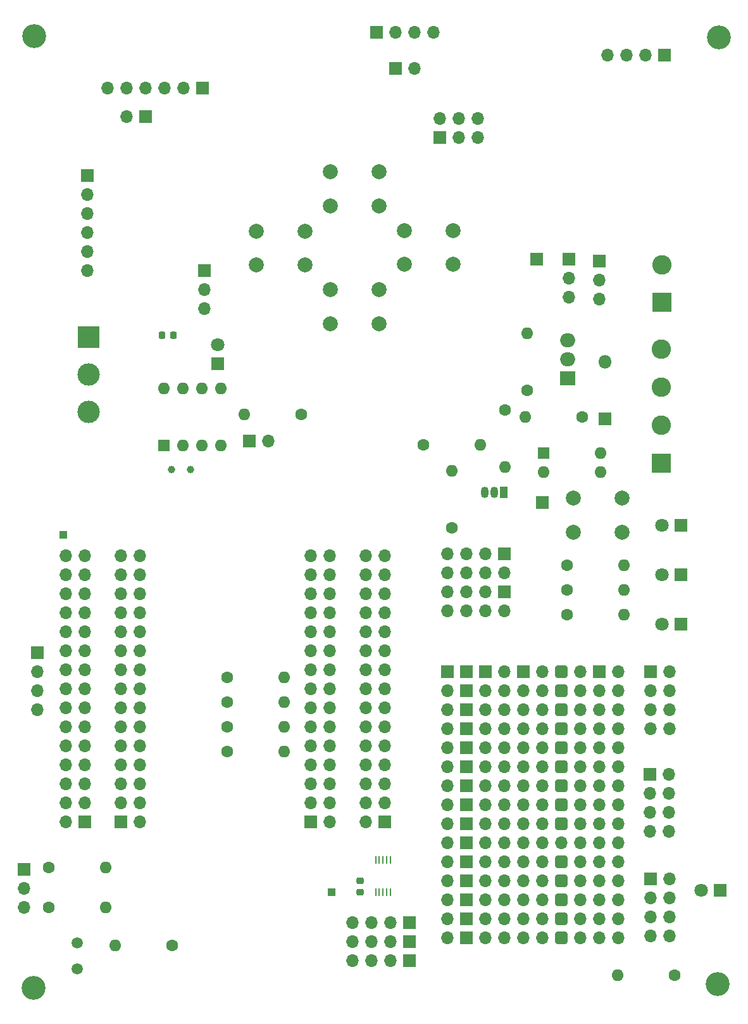
<source format=gbr>
%TF.GenerationSoftware,KiCad,Pcbnew,8.0.1*%
%TF.CreationDate,2024-10-06T13:50:50+02:00*%
%TF.ProjectId,CREPP.io,43524550-502e-4696-9f2e-6b696361645f,rev?*%
%TF.SameCoordinates,Original*%
%TF.FileFunction,Soldermask,Top*%
%TF.FilePolarity,Negative*%
%FSLAX46Y46*%
G04 Gerber Fmt 4.6, Leading zero omitted, Abs format (unit mm)*
G04 Created by KiCad (PCBNEW 8.0.1) date 2024-10-06 13:50:50*
%MOMM*%
%LPD*%
G01*
G04 APERTURE LIST*
G04 Aperture macros list*
%AMRoundRect*
0 Rectangle with rounded corners*
0 $1 Rounding radius*
0 $2 $3 $4 $5 $6 $7 $8 $9 X,Y pos of 4 corners*
0 Add a 4 corners polygon primitive as box body*
4,1,4,$2,$3,$4,$5,$6,$7,$8,$9,$2,$3,0*
0 Add four circle primitives for the rounded corners*
1,1,$1+$1,$2,$3*
1,1,$1+$1,$4,$5*
1,1,$1+$1,$6,$7*
1,1,$1+$1,$8,$9*
0 Add four rect primitives between the rounded corners*
20,1,$1+$1,$2,$3,$4,$5,0*
20,1,$1+$1,$4,$5,$6,$7,0*
20,1,$1+$1,$6,$7,$8,$9,0*
20,1,$1+$1,$8,$9,$2,$3,0*%
%AMFreePoly0*
4,1,25,-0.850000,0.425000,-0.829199,0.556332,-0.768832,0.674809,-0.674809,0.768832,-0.556332,0.829199,-0.425000,0.850000,0.425000,0.850000,0.556332,0.829199,0.674809,0.768832,0.768832,0.674809,0.829199,0.556332,0.850000,0.425000,0.850000,-0.425000,0.829199,-0.556332,0.768832,-0.674809,0.674809,-0.768832,0.556332,-0.829199,0.425000,-0.850000,-0.425000,-0.850000,-0.556332,-0.829199,
-0.674809,-0.768832,-0.768832,-0.674809,-0.829199,-0.556332,-0.850000,-0.425000,-0.850000,0.425000,-0.850000,0.425000,$1*%
G04 Aperture macros list end*
%ADD10C,1.600000*%
%ADD11O,1.600000X1.600000*%
%ADD12R,1.700000X1.700000*%
%ADD13O,1.700000X1.700000*%
%ADD14R,3.000000X3.000000*%
%ADD15C,3.000000*%
%ADD16R,1.800000X1.800000*%
%ADD17C,1.800000*%
%ADD18C,2.000000*%
%ADD19C,3.200000*%
%ADD20R,2.600000X2.600000*%
%ADD21C,2.600000*%
%ADD22R,1.000000X1.000000*%
%ADD23R,1.600000X1.600000*%
%ADD24O,1.800000X1.800000*%
%ADD25C,1.500000*%
%ADD26R,0.250000X1.100000*%
%ADD27FreePoly0,0.000000*%
%ADD28RoundRect,0.225000X0.225000X0.250000X-0.225000X0.250000X-0.225000X-0.250000X0.225000X-0.250000X0*%
%ADD29C,1.000000*%
%ADD30R,2.000000X1.905000*%
%ADD31O,2.000000X1.905000*%
%ADD32RoundRect,0.225000X-0.250000X0.225000X-0.250000X-0.225000X0.250000X-0.225000X0.250000X0.225000X0*%
%ADD33R,1.050000X1.500000*%
%ADD34O,1.050000X1.500000*%
G04 APERTURE END LIST*
D10*
%TO.C,R7*%
X151130000Y-79756000D03*
D11*
X158750000Y-79756000D03*
%TD*%
D12*
%TO.C,J25*%
X86893000Y-24409000D03*
D13*
X86893000Y-26949000D03*
X86893000Y-29489000D03*
X86893000Y-32029000D03*
X86893000Y-34569000D03*
X86893000Y-37109000D03*
%TD*%
D14*
%TO.C,RV1*%
X87122000Y-45974000D03*
D15*
X87122000Y-50974000D03*
X87122000Y-55974000D03*
%TD*%
D12*
%TO.C,J20*%
X130048000Y-129286000D03*
D13*
X127508000Y-129286000D03*
X124968000Y-129286000D03*
X122428000Y-129286000D03*
%TD*%
D12*
%TO.C,J30*%
X151384000Y-35575000D03*
D13*
X151384000Y-38115000D03*
X151384000Y-40655000D03*
%TD*%
D12*
%TO.C,J13*%
X142748000Y-74930000D03*
D13*
X142748000Y-77470000D03*
X140208000Y-74930000D03*
X140208000Y-77470000D03*
X137668000Y-74930000D03*
X137668000Y-77470000D03*
X135128000Y-74930000D03*
X135128000Y-77470000D03*
%TD*%
D16*
%TO.C,D3*%
X166370000Y-84328000D03*
D17*
X163830000Y-84328000D03*
%TD*%
D18*
%TO.C,SW4*%
X119432000Y-39660000D03*
X125932000Y-39660000D03*
X119432000Y-44160000D03*
X125932000Y-44160000D03*
%TD*%
D12*
%TO.C,J4*%
X91440000Y-110744000D03*
D13*
X93980000Y-110744000D03*
X91440000Y-108204000D03*
X93980000Y-108204000D03*
X91440000Y-105664000D03*
X93980000Y-105664000D03*
X91440000Y-103124000D03*
X93980000Y-103124000D03*
X91440000Y-100584000D03*
X93980000Y-100584000D03*
X91440000Y-98044000D03*
X93980000Y-98044000D03*
X91440000Y-95504000D03*
X93980000Y-95504000D03*
X91440000Y-92964000D03*
X93980000Y-92964000D03*
X91440000Y-90424000D03*
X93980000Y-90424000D03*
X91440000Y-87884000D03*
X93980000Y-87884000D03*
X91440000Y-85344000D03*
X93980000Y-85344000D03*
X91440000Y-82804000D03*
X93980000Y-82804000D03*
X91440000Y-80264000D03*
X93980000Y-80264000D03*
X91440000Y-77724000D03*
X93980000Y-77724000D03*
X91440000Y-75184000D03*
X93980000Y-75184000D03*
%TD*%
D12*
%TO.C,J15*%
X142748000Y-80010000D03*
D13*
X142748000Y-82550000D03*
X140208000Y-80010000D03*
X140208000Y-82550000D03*
X137668000Y-80010000D03*
X137668000Y-82550000D03*
X135128000Y-80010000D03*
X135128000Y-82550000D03*
%TD*%
D10*
%TO.C,R27*%
X115570000Y-56261000D03*
D11*
X107950000Y-56261000D03*
%TD*%
D12*
%TO.C,J19*%
X130048000Y-124206000D03*
D13*
X127508000Y-124206000D03*
X124968000Y-124206000D03*
X122428000Y-124206000D03*
%TD*%
D12*
%TO.C,J16*%
X134112000Y-19304000D03*
D13*
X134112000Y-16764000D03*
X136652000Y-19304000D03*
X136652000Y-16764000D03*
X139192000Y-19304000D03*
X139192000Y-16764000D03*
%TD*%
D12*
%TO.C,J6*%
X126746000Y-110744000D03*
D13*
X124206000Y-110744000D03*
X126746000Y-108204000D03*
X124206000Y-108204000D03*
X126746000Y-105664000D03*
X124206000Y-105664000D03*
X126746000Y-103124000D03*
X124206000Y-103124000D03*
X126746000Y-100584000D03*
X124206000Y-100584000D03*
X126746000Y-98044000D03*
X124206000Y-98044000D03*
X126746000Y-95504000D03*
X124206000Y-95504000D03*
X126746000Y-92964000D03*
X124206000Y-92964000D03*
X126746000Y-90424000D03*
X124206000Y-90424000D03*
X126746000Y-87884000D03*
X124206000Y-87884000D03*
X126746000Y-85344000D03*
X124206000Y-85344000D03*
X126746000Y-82804000D03*
X124206000Y-82804000D03*
X126746000Y-80264000D03*
X124206000Y-80264000D03*
X126746000Y-77724000D03*
X124206000Y-77724000D03*
X126746000Y-75184000D03*
X124206000Y-75184000D03*
%TD*%
D19*
%TO.C,H1*%
X171399200Y-5943600D03*
%TD*%
D12*
%TO.C,J7*%
X86614000Y-110744000D03*
D13*
X84074000Y-110744000D03*
X86614000Y-108204000D03*
X84074000Y-108204000D03*
X86614000Y-105664000D03*
X84074000Y-105664000D03*
X86614000Y-103124000D03*
X84074000Y-103124000D03*
X86614000Y-100584000D03*
X84074000Y-100584000D03*
X86614000Y-98044000D03*
X84074000Y-98044000D03*
X86614000Y-95504000D03*
X84074000Y-95504000D03*
X86614000Y-92964000D03*
X84074000Y-92964000D03*
X86614000Y-90424000D03*
X84074000Y-90424000D03*
X86614000Y-87884000D03*
X84074000Y-87884000D03*
X86614000Y-85344000D03*
X84074000Y-85344000D03*
X86614000Y-82804000D03*
X84074000Y-82804000D03*
X86614000Y-80264000D03*
X84074000Y-80264000D03*
X86614000Y-77724000D03*
X84074000Y-77724000D03*
X86614000Y-75184000D03*
X84074000Y-75184000D03*
%TD*%
D19*
%TO.C,H4*%
X171246800Y-132435600D03*
%TD*%
%TO.C,H2*%
X79806800Y-5791200D03*
%TD*%
D20*
%TO.C,J33*%
X163830000Y-41322000D03*
D21*
X163830000Y-36322000D03*
%TD*%
D18*
%TO.C,SW2*%
X119432000Y-23912000D03*
X125932000Y-23912000D03*
X119432000Y-28412000D03*
X125932000Y-28412000D03*
%TD*%
D10*
%TO.C,R1*%
X105664000Y-101346000D03*
D11*
X113284000Y-101346000D03*
%TD*%
D12*
%TO.C,J23*%
X125603000Y-5207000D03*
D13*
X128143000Y-5207000D03*
X130683000Y-5207000D03*
X133223000Y-5207000D03*
%TD*%
D10*
%TO.C,R17*%
X135686800Y-71475600D03*
D11*
X135686800Y-63855600D03*
%TD*%
D22*
%TO.C,T1*%
X119634000Y-120142000D03*
%TD*%
D16*
%TO.C,D1*%
X166370000Y-71120000D03*
D17*
X163830000Y-71120000D03*
%TD*%
D12*
%TO.C,J21*%
X130048000Y-126746000D03*
D13*
X127508000Y-126746000D03*
X124968000Y-126746000D03*
X122428000Y-126746000D03*
%TD*%
D23*
%TO.C,U2*%
X147950000Y-61436000D03*
D11*
X147950000Y-63976000D03*
X155570000Y-63976000D03*
X155570000Y-61436000D03*
%TD*%
D12*
%TO.C,J35*%
X80264000Y-88148000D03*
D13*
X80264000Y-90688000D03*
X80264000Y-93228000D03*
X80264000Y-95768000D03*
%TD*%
D12*
%TO.C,J12*%
X135128000Y-90678000D03*
X137668000Y-90678000D03*
D13*
X135128000Y-93218000D03*
D12*
X137668000Y-93218000D03*
D13*
X135128000Y-95758000D03*
D12*
X137668000Y-95758000D03*
D13*
X135128000Y-98298000D03*
D12*
X137668000Y-98298000D03*
D13*
X135128000Y-100838000D03*
D12*
X137668000Y-100838000D03*
D13*
X135128000Y-103378000D03*
D12*
X137668000Y-103378000D03*
D13*
X135128000Y-105918000D03*
D12*
X137668000Y-105918000D03*
D13*
X135128000Y-108458000D03*
D12*
X137668000Y-108458000D03*
D13*
X135128000Y-110998000D03*
D12*
X137668000Y-110998000D03*
D13*
X135128000Y-113538000D03*
D12*
X137668000Y-113538000D03*
D13*
X135128000Y-116078000D03*
D12*
X137668000Y-116078000D03*
D13*
X135128000Y-118618000D03*
D12*
X137668000Y-118618000D03*
D13*
X135128000Y-121158000D03*
D12*
X137668000Y-121158000D03*
D13*
X135128000Y-123698000D03*
D12*
X137668000Y-123698000D03*
D13*
X135128000Y-126238000D03*
D12*
X137668000Y-126238000D03*
%TD*%
%TO.C,J5*%
X116840000Y-110744000D03*
D13*
X119380000Y-110744000D03*
X116840000Y-108204000D03*
X119380000Y-108204000D03*
X116840000Y-105664000D03*
X119380000Y-105664000D03*
X116840000Y-103124000D03*
X119380000Y-103124000D03*
X116840000Y-100584000D03*
X119380000Y-100584000D03*
X116840000Y-98044000D03*
X119380000Y-98044000D03*
X116840000Y-95504000D03*
X119380000Y-95504000D03*
X116840000Y-92964000D03*
X119380000Y-92964000D03*
X116840000Y-90424000D03*
X119380000Y-90424000D03*
X116840000Y-87884000D03*
X119380000Y-87884000D03*
X116840000Y-85344000D03*
X119380000Y-85344000D03*
X116840000Y-82804000D03*
X119380000Y-82804000D03*
X116840000Y-80264000D03*
X119380000Y-80264000D03*
X116840000Y-77724000D03*
X119380000Y-77724000D03*
X116840000Y-75184000D03*
X119380000Y-75184000D03*
%TD*%
D18*
%TO.C,SW3*%
X129390000Y-31750000D03*
X135890000Y-31750000D03*
X129390000Y-36250000D03*
X135890000Y-36250000D03*
%TD*%
D16*
%TO.C,D12*%
X104394000Y-49530000D03*
D17*
X104394000Y-46990000D03*
%TD*%
D16*
%TO.C,D5*%
X156210000Y-56896000D03*
D24*
X156210000Y-49276000D03*
%TD*%
D10*
%TO.C,R2*%
X105664000Y-91440000D03*
D11*
X113284000Y-91440000D03*
%TD*%
D25*
%TO.C,LDR1*%
X85598000Y-126952800D03*
X85598000Y-130352800D03*
%TD*%
D12*
%TO.C,JP7*%
X108610400Y-59893200D03*
D13*
X111150400Y-59893200D03*
%TD*%
D12*
%TO.C,J8*%
X155448000Y-90678000D03*
D13*
X157988000Y-90678000D03*
X155448000Y-93218000D03*
X157988000Y-93218000D03*
X155448000Y-95758000D03*
X157988000Y-95758000D03*
X155448000Y-98298000D03*
X157988000Y-98298000D03*
X155448000Y-100838000D03*
X157988000Y-100838000D03*
X155448000Y-103378000D03*
X157988000Y-103378000D03*
X155448000Y-105918000D03*
X157988000Y-105918000D03*
X155448000Y-108458000D03*
X157988000Y-108458000D03*
X155448000Y-110998000D03*
X157988000Y-110998000D03*
X155448000Y-113538000D03*
X157988000Y-113538000D03*
X155448000Y-116078000D03*
X157988000Y-116078000D03*
X155448000Y-118618000D03*
X157988000Y-118618000D03*
X155448000Y-121158000D03*
X157988000Y-121158000D03*
X155448000Y-123698000D03*
X157988000Y-123698000D03*
X155448000Y-126238000D03*
X157988000Y-126238000D03*
%TD*%
D12*
%TO.C,J17*%
X162218000Y-104394000D03*
D13*
X164758000Y-104394000D03*
X162218000Y-106934000D03*
X164758000Y-106934000D03*
X162218000Y-109474000D03*
X164758000Y-109474000D03*
X162218000Y-112014000D03*
X164758000Y-112014000D03*
%TD*%
D12*
%TO.C,J3*%
X162306000Y-90678000D03*
D13*
X164846000Y-90678000D03*
X162306000Y-93218000D03*
X164846000Y-93218000D03*
X162306000Y-95758000D03*
X164846000Y-95758000D03*
X162306000Y-98298000D03*
X164846000Y-98298000D03*
%TD*%
D26*
%TO.C,U1*%
X125508000Y-120142000D03*
X126008000Y-120142000D03*
X126508000Y-120142000D03*
X127008000Y-120142000D03*
X127508000Y-120142000D03*
X127508000Y-115842000D03*
X127008000Y-115842000D03*
X126508000Y-115842000D03*
X126008000Y-115842000D03*
X125508000Y-115842000D03*
%TD*%
D12*
%TO.C,J29*%
X102362000Y-12700000D03*
D13*
X99822000Y-12700000D03*
X97282000Y-12700000D03*
X94742000Y-12700000D03*
X92202000Y-12700000D03*
X89662000Y-12700000D03*
%TD*%
D12*
%TO.C,J9*%
X140208000Y-90678000D03*
D13*
X142748000Y-90678000D03*
X140208000Y-93218000D03*
X142748000Y-93218000D03*
X140208000Y-95758000D03*
X142748000Y-95758000D03*
X140208000Y-98298000D03*
X142748000Y-98298000D03*
X140208000Y-100838000D03*
X142748000Y-100838000D03*
X140208000Y-103378000D03*
X142748000Y-103378000D03*
X140208000Y-105918000D03*
X142748000Y-105918000D03*
X140208000Y-108458000D03*
X142748000Y-108458000D03*
X140208000Y-110998000D03*
X142748000Y-110998000D03*
X140208000Y-113538000D03*
X142748000Y-113538000D03*
X140208000Y-116078000D03*
X142748000Y-116078000D03*
X140208000Y-118618000D03*
X142748000Y-118618000D03*
X140208000Y-121158000D03*
X142748000Y-121158000D03*
X140208000Y-123698000D03*
X142748000Y-123698000D03*
X140208000Y-126238000D03*
X142748000Y-126238000D03*
%TD*%
D16*
%TO.C,D4*%
X171577000Y-119888000D03*
D17*
X169037000Y-119888000D03*
%TD*%
D12*
%TO.C,J36*%
X102616000Y-37084000D03*
D13*
X102616000Y-39624000D03*
X102616000Y-42164000D03*
%TD*%
D10*
%TO.C,R3*%
X105664000Y-94742000D03*
D11*
X113284000Y-94742000D03*
%TD*%
D10*
%TO.C,R5*%
X165481000Y-131191000D03*
D11*
X157861000Y-131191000D03*
%TD*%
D12*
%TO.C,J26*%
X78486000Y-117094000D03*
D13*
X78486000Y-119634000D03*
X78486000Y-122174000D03*
%TD*%
D12*
%TO.C,J37*%
X147828000Y-68072000D03*
%TD*%
D10*
%TO.C,R16*%
X81788000Y-122174000D03*
D11*
X89408000Y-122174000D03*
%TD*%
D10*
%TO.C,R15*%
X98298000Y-127254000D03*
D11*
X90678000Y-127254000D03*
%TD*%
D27*
%TO.C,J11*%
X150368000Y-90678000D03*
D13*
X152908000Y-90678000D03*
D27*
X150368000Y-93218000D03*
D13*
X152908000Y-93218000D03*
D27*
X150368000Y-95758000D03*
D13*
X152908000Y-95758000D03*
D27*
X150368000Y-98298000D03*
D13*
X152908000Y-98298000D03*
D27*
X150368000Y-100838000D03*
D13*
X152908000Y-100838000D03*
D27*
X150368000Y-103378000D03*
D13*
X152908000Y-103378000D03*
D27*
X150368000Y-105918000D03*
D13*
X152908000Y-105918000D03*
D27*
X150368000Y-108458000D03*
D13*
X152908000Y-108458000D03*
D27*
X150368000Y-110998000D03*
D13*
X152908000Y-110998000D03*
X150368000Y-113538000D03*
X152908000Y-113538000D03*
D27*
X150368000Y-116078000D03*
D13*
X152908000Y-116078000D03*
D27*
X150368000Y-118618000D03*
D13*
X152908000Y-118618000D03*
D27*
X150368000Y-121158000D03*
D13*
X152908000Y-121158000D03*
D27*
X150368000Y-123698000D03*
D13*
X152908000Y-123698000D03*
D27*
X150368000Y-126238000D03*
D13*
X152908000Y-126238000D03*
%TD*%
D10*
%TO.C,R12*%
X142849600Y-55676800D03*
D11*
X142849600Y-63296800D03*
%TD*%
D19*
%TO.C,H3*%
X79756000Y-132892800D03*
%TD*%
D20*
%TO.C,J1*%
X163760000Y-62816000D03*
D21*
X163760000Y-57736000D03*
X163760000Y-52656000D03*
X163760000Y-47576000D03*
%TD*%
D28*
%TO.C,C2*%
X98463400Y-45720000D03*
X96913400Y-45720000D03*
%TD*%
D12*
%TO.C,J32*%
X155448000Y-35814000D03*
D13*
X155448000Y-38354000D03*
X155448000Y-40894000D03*
%TD*%
D10*
%TO.C,R6*%
X151130000Y-76454000D03*
D11*
X158750000Y-76454000D03*
%TD*%
D10*
%TO.C,R8*%
X151130000Y-83058000D03*
D11*
X158750000Y-83058000D03*
%TD*%
D12*
%TO.C,J10*%
X145288000Y-90678000D03*
D13*
X147828000Y-90678000D03*
X145288000Y-93218000D03*
X147828000Y-93218000D03*
X145288000Y-95758000D03*
X147828000Y-95758000D03*
X145288000Y-98298000D03*
X147828000Y-98298000D03*
X145288000Y-100838000D03*
X147828000Y-100838000D03*
X145288000Y-103378000D03*
X147828000Y-103378000D03*
X145288000Y-105918000D03*
X147828000Y-105918000D03*
X145288000Y-108458000D03*
X147828000Y-108458000D03*
X145288000Y-110998000D03*
X147828000Y-110998000D03*
X145288000Y-113538000D03*
X147828000Y-113538000D03*
X145288000Y-116078000D03*
X147828000Y-116078000D03*
X145288000Y-118618000D03*
X147828000Y-118618000D03*
X145288000Y-121158000D03*
X147828000Y-121158000D03*
X145288000Y-123698000D03*
X147828000Y-123698000D03*
X145288000Y-126238000D03*
X147828000Y-126238000D03*
%TD*%
D12*
%TO.C,J27*%
X128143000Y-10033000D03*
D13*
X130683000Y-10033000D03*
%TD*%
D29*
%TO.C,Y2*%
X98171000Y-63627000D03*
X100711000Y-63627000D03*
%TD*%
D10*
%TO.C,R13*%
X131876800Y-60401200D03*
D11*
X139496800Y-60401200D03*
%TD*%
D30*
%TO.C,Q1*%
X151160000Y-51486000D03*
D31*
X151160000Y-48946000D03*
X151160000Y-46406000D03*
%TD*%
D18*
%TO.C,SW1*%
X109578000Y-31822000D03*
X116078000Y-31822000D03*
X109578000Y-36322000D03*
X116078000Y-36322000D03*
%TD*%
D12*
%TO.C,J18*%
X162306000Y-118364000D03*
D13*
X164846000Y-118364000D03*
X162306000Y-120904000D03*
X164846000Y-120904000D03*
X162306000Y-123444000D03*
X164846000Y-123444000D03*
X162306000Y-125984000D03*
X164846000Y-125984000D03*
%TD*%
D32*
%TO.C,C1*%
X123444000Y-118592000D03*
X123444000Y-120142000D03*
%TD*%
D12*
%TO.C,J14*%
X164134800Y-8331200D03*
D13*
X161594800Y-8331200D03*
X159054800Y-8331200D03*
X156514800Y-8331200D03*
%TD*%
D12*
%TO.C,J28*%
X94742000Y-16510000D03*
D13*
X92202000Y-16510000D03*
%TD*%
D18*
%TO.C,SW5*%
X151996000Y-67513200D03*
X158496000Y-67513200D03*
X151996000Y-72013200D03*
X158496000Y-72013200D03*
%TD*%
D12*
%TO.C,J34*%
X147066000Y-35560000D03*
%TD*%
D10*
%TO.C,R4*%
X105664000Y-98044000D03*
D11*
X113284000Y-98044000D03*
%TD*%
D16*
%TO.C,D2*%
X166370000Y-77724000D03*
D17*
X163830000Y-77724000D03*
%TD*%
D10*
%TO.C,R9*%
X145796000Y-53086000D03*
D11*
X145796000Y-45466000D03*
%TD*%
D10*
%TO.C,R14*%
X153162000Y-56642000D03*
D11*
X145542000Y-56642000D03*
%TD*%
D10*
%TO.C,R10*%
X81788000Y-116840000D03*
D11*
X89408000Y-116840000D03*
%TD*%
D22*
%TO.C,T4*%
X83693000Y-72390000D03*
%TD*%
D33*
%TO.C,Q2*%
X142646400Y-66696000D03*
D34*
X141376400Y-66696000D03*
X140106400Y-66696000D03*
%TD*%
D23*
%TO.C,U14*%
X97165000Y-60442000D03*
D11*
X99705000Y-60442000D03*
X102245000Y-60442000D03*
X104785000Y-60442000D03*
X104785000Y-52822000D03*
X102245000Y-52822000D03*
X99705000Y-52822000D03*
X97165000Y-52822000D03*
%TD*%
M02*

</source>
